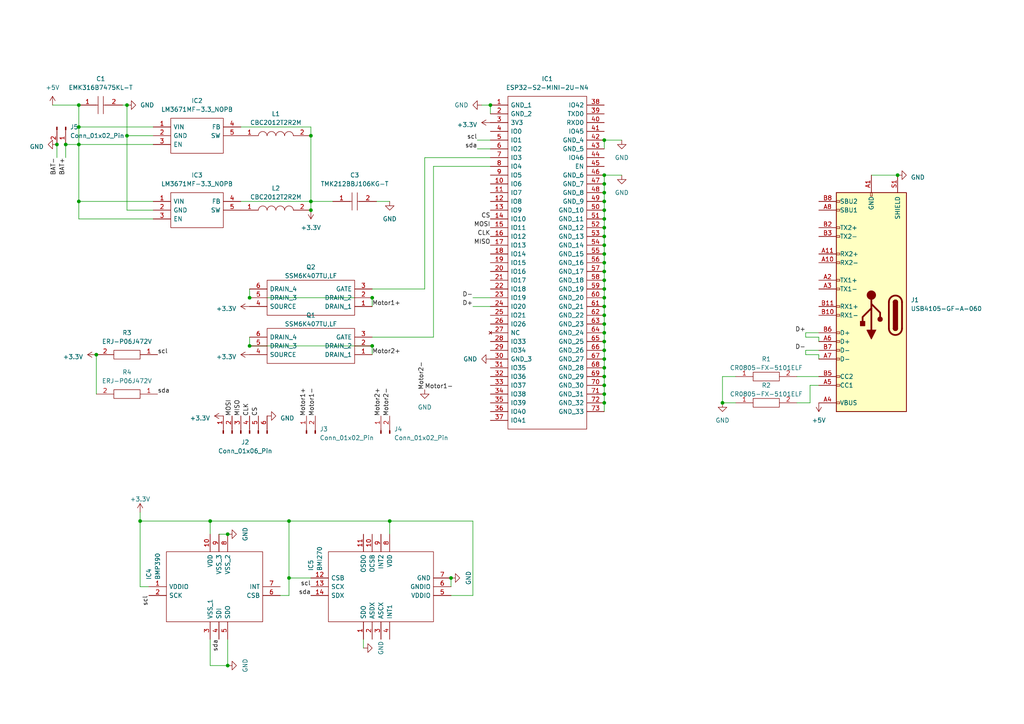
<source format=kicad_sch>
(kicad_sch (version 20230121) (generator eeschema)
  (paper "A4")
  (lib_symbols
    (symbol "+5V_1" (power) (pin_names (offset 0))
      (property "Value" "+5V_1" (at 0 3.556 0))
      (symbol "+5V_1_0_1"
        (polyline (pts (xy -0.762 1.27) (xy 0 2.54)))
        (polyline (pts (xy 0 0) (xy 0 2.54)))
        (polyline (pts (xy 0 2.54) (xy 0.762 1.27)))
      )
      (symbol "+5V_1_1_1"
        (pin power_in line (at 0 0 90) (length 0) hide (name "+5V") (number "1"))
      )
    )
    (symbol "Connector:Conn_01x02_Pin" (pin_names (offset 1.016) hide)
      (property "Reference" "J" (at 0 2.54 0))
      (property "Value" "Conn_01x02_Pin" (at 0 -5.08 0))
      (symbol "Conn_01x02_Pin_1_1"
        (polyline (pts (xy 1.27 -2.54) (xy 0.8636 -2.54)) (stroke (width 0.1524)))
        (polyline (pts (xy 1.27 0) (xy 0.8636 0)) (stroke (width 0.1524)))
        (rectangle (start 0.8636 -2.413) (end 0 -2.667) (stroke (width 0.1524)) (fill (type outline)))
        (rectangle (start 0.8636 0.127) (end 0 -0.127) (stroke (width 0.1524)) (fill (type outline)))
        (pin passive line (at 5.08 0 180) (length 3.81) (name "Pin_1") (number "1"))
        (pin passive line (at 5.08 -2.54 180) (length 3.81) (name "Pin_2") (number "2"))
      )
    )
    (symbol "Connector:Conn_01x06_Pin" (pin_names (offset 1.016) hide)
      (property "Reference" "J" (at 0 7.62 0))
      (property "Value" "Conn_01x06_Pin" (at 0 -10.16 0))
      (symbol "Conn_01x06_Pin_1_1"
        (polyline (pts (xy 1.27 -7.62) (xy 0.8636 -7.62)) (stroke (width 0.1524)))
        (polyline (pts (xy 1.27 -5.08) (xy 0.8636 -5.08)) (stroke (width 0.1524)))
        (polyline (pts (xy 1.27 -2.54) (xy 0.8636 -2.54)) (stroke (width 0.1524)))
        (polyline (pts (xy 1.27 0) (xy 0.8636 0)) (stroke (width 0.1524)))
        (polyline (pts (xy 1.27 2.54) (xy 0.8636 2.54)) (stroke (width 0.1524)))
        (polyline (pts (xy 1.27 5.08) (xy 0.8636 5.08)) (stroke (width 0.1524)))
        (rectangle (start 0.8636 -7.493) (end 0 -7.747) (stroke (width 0.1524)) (fill (type outline)))
        (rectangle (start 0.8636 -4.953) (end 0 -5.207) (stroke (width 0.1524)) (fill (type outline)))
        (rectangle (start 0.8636 -2.413) (end 0 -2.667) (stroke (width 0.1524)) (fill (type outline)))
        (rectangle (start 0.8636 0.127) (end 0 -0.127) (stroke (width 0.1524)) (fill (type outline)))
        (rectangle (start 0.8636 2.667) (end 0 2.413) (stroke (width 0.1524)) (fill (type outline)))
        (rectangle (start 0.8636 5.207) (end 0 4.953) (stroke (width 0.1524)) (fill (type outline)))
        (pin passive line (at 5.08 5.08 180) (length 3.81) (name "Pin_1") (number "1"))
        (pin passive line (at 5.08 2.54 180) (length 3.81) (name "Pin_2") (number "2"))
        (pin passive line (at 5.08 0 180) (length 3.81) (name "Pin_3") (number "3"))
        (pin passive line (at 5.08 -2.54 180) (length 3.81) (name "Pin_4") (number "4"))
        (pin passive line (at 5.08 -5.08 180) (length 3.81) (name "Pin_5") (number "5"))
        (pin passive line (at 5.08 -7.62 180) (length 3.81) (name "Pin_6") (number "6"))
      )
    )
    (symbol "Connector:USB_C_Receptacle" (pin_names (offset 1.016))
      (property "Reference" "J" (at -10.16 29.21 0))
      (property "Value" "USB_C_Receptacle" (at 10.16 29.21 0))
      (symbol "USB_C_Receptacle_0_0"
        (rectangle (start -0.254 -35.56) (end 0.254 -34.544))
        (rectangle (start 10.16 -32.766) (end 9.144 -33.274))
        (rectangle (start 10.16 -30.226) (end 9.144 -30.734))
        (rectangle (start 10.16 -25.146) (end 9.144 -25.654))
        (rectangle (start 10.16 -22.606) (end 9.144 -23.114))
        (rectangle (start 10.16 -17.526) (end 9.144 -18.034))
        (rectangle (start 10.16 -14.986) (end 9.144 -15.494))
        (rectangle (start 10.16 -9.906) (end 9.144 -10.414))
        (rectangle (start 10.16 -7.366) (end 9.144 -7.874))
        (rectangle (start 10.16 -2.286) (end 9.144 -2.794))
        (rectangle (start 10.16 0.254) (end 9.144 -0.254))
        (rectangle (start 10.16 5.334) (end 9.144 4.826))
        (rectangle (start 10.16 7.874) (end 9.144 7.366))
        (rectangle (start 10.16 10.414) (end 9.144 9.906))
        (rectangle (start 10.16 12.954) (end 9.144 12.446))
        (rectangle (start 10.16 18.034) (end 9.144 17.526))
        (rectangle (start 10.16 20.574) (end 9.144 20.066))
        (rectangle (start 10.16 25.654) (end 9.144 25.146))
      )
      (symbol "USB_C_Receptacle_0_1"
        (rectangle (start -10.16 27.94) (end 10.16 -35.56) (stroke (width 0.254)) (fill (type background)))
        (arc (start -8.89 -3.81) (mid -6.985 -5.7067) (end -5.08 -3.81) (stroke (width 0.508)))
        (arc (start -7.62 -3.81) (mid -6.985 -4.4423) (end -6.35 -3.81) (stroke (width 0.254)))
        (arc (start -7.62 -3.81) (mid -6.985 -4.4423) (end -6.35 -3.81) (stroke (width 0.254)) (fill (type outline)))
        (rectangle (start -7.62 -3.81) (end -6.35 3.81) (stroke (width 0.254)) (fill (type outline)))
        (arc (start -6.35 3.81) (mid -6.985 4.4423) (end -7.62 3.81) (stroke (width 0.254)))
        (arc (start -6.35 3.81) (mid -6.985 4.4423) (end -7.62 3.81) (stroke (width 0.254)) (fill (type outline)))
        (arc (start -5.08 3.81) (mid -6.985 5.7067) (end -8.89 3.81) (stroke (width 0.508)))
        (polyline (pts (xy -8.89 -3.81) (xy -8.89 3.81)) (stroke (width 0.508)))
        (polyline (pts (xy -5.08 3.81) (xy -5.08 -3.81)) (stroke (width 0.508)))
      )
      (symbol "USB_C_Receptacle_1_1"
        (circle (center -2.54 1.143) (radius 0.635) (stroke (width 0.254)) (fill (type outline)))
        (circle (center 0 -5.842) (radius 1.27) (fill (type outline)))
        (polyline (pts (xy 0 -5.842) (xy 0 4.318)) (stroke (width 0.508)))
        (polyline (pts (xy 0 -3.302) (xy -2.54 -0.762) (xy -2.54 0.508)) (stroke (width 0.508)))
        (polyline (pts (xy 0 -2.032) (xy 2.54 0.508) (xy 2.54 1.778)) (stroke (width 0.508)))
        (polyline (pts (xy -1.27 4.318) (xy 0 6.858) (xy 1.27 4.318) (xy -1.27 4.318)) (stroke (width 0.254)) (fill (type outline)))
        (rectangle (start 1.905 1.778) (end 3.175 3.048) (stroke (width 0.254)) (fill (type outline)))
        (pin passive line (at 0 -40.64 90) (length 5.08) (name "GND") (number "A1"))
        (pin bidirectional line (at 15.24 -15.24 180) (length 5.08) (name "RX2-") (number "A10"))
        (pin bidirectional line (at 15.24 -17.78 180) (length 5.08) (name "RX2+") (number "A11"))
        (pin passive line (at 0 -40.64 90) (length 5.08) hide (name "GND") (number "A12"))
        (pin bidirectional line (at 15.24 -10.16 180) (length 5.08) (name "TX1+") (number "A2"))
        (pin bidirectional line (at 15.24 -7.62 180) (length 5.08) (name "TX1-") (number "A3"))
        (pin passive line (at 15.24 25.4 180) (length 5.08) (name "VBUS") (number "A4"))
        (pin bidirectional line (at 15.24 20.32 180) (length 5.08) (name "CC1") (number "A5"))
        (pin bidirectional line (at 15.24 7.62 180) (length 5.08) (name "D+") (number "A6"))
        (pin bidirectional line (at 15.24 12.7 180) (length 5.08) (name "D-") (number "A7"))
        (pin bidirectional line (at 15.24 -30.48 180) (length 5.08) (name "SBU1") (number "A8"))
        (pin passive line (at 15.24 25.4 180) (length 5.08) hide (name "VBUS") (number "A9"))
        (pin passive line (at 0 -40.64 90) (length 5.08) hide (name "GND") (number "B1"))
        (pin bidirectional line (at 15.24 0 180) (length 5.08) (name "RX1-") (number "B10"))
        (pin bidirectional line (at 15.24 -2.54 180) (length 5.08) (name "RX1+") (number "B11"))
        (pin passive line (at 0 -40.64 90) (length 5.08) hide (name "GND") (number "B12"))
        (pin bidirectional line (at 15.24 -25.4 180) (length 5.08) (name "TX2+") (number "B2"))
        (pin bidirectional line (at 15.24 -22.86 180) (length 5.08) (name "TX2-") (number "B3"))
        (pin passive line (at 15.24 25.4 180) (length 5.08) hide (name "VBUS") (number "B4"))
        (pin bidirectional line (at 15.24 17.78 180) (length 5.08) (name "CC2") (number "B5"))
        (pin bidirectional line (at 15.24 5.08 180) (length 5.08) (name "D+") (number "B6"))
        (pin bidirectional line (at 15.24 10.16 180) (length 5.08) (name "D-") (number "B7"))
        (pin bidirectional line (at 15.24 -33.02 180) (length 5.08) (name "SBU2") (number "B8"))
        (pin passive line (at 15.24 25.4 180) (length 5.08) hide (name "VBUS") (number "B9"))
        (pin passive line (at -7.62 -40.64 90) (length 5.08) (name "SHIELD") (number "S1"))
      )
    )
    (symbol "GND_1" (power) (pin_names (offset 0))
      (property "Value" "GND_1" (at 0 -3.81 0))
      (symbol "GND_1_0_1"
        (polyline (pts (xy 0 0) (xy 0 -1.27) (xy 1.27 -1.27) (xy 0 -2.54) (xy -1.27 -1.27) (xy 0 -1.27)))
      )
      (symbol "GND_1_1_1"
        (pin power_in line (at 0 0 270) (length 0) hide (name "GND") (number "1"))
      )
    )
    (symbol "GND_2" (power) (pin_names (offset 0))
      (property "Value" "GND_2" (at 0 -3.81 0))
      (symbol "GND_2_0_1"
        (polyline (pts (xy 0 0) (xy 0 -1.27) (xy 1.27 -1.27) (xy 0 -2.54) (xy -1.27 -1.27) (xy 0 -1.27)))
      )
      (symbol "GND_2_1_1"
        (pin power_in line (at 0 0 270) (length 0) hide (name "GND") (number "1"))
      )
    )
    (symbol "GND_3" (power) (pin_names (offset 0))
      (property "Value" "GND_3" (at 0 -3.81 0))
      (symbol "GND_3_0_1"
        (polyline (pts (xy 0 0) (xy 0 -1.27) (xy 1.27 -1.27) (xy 0 -2.54) (xy -1.27 -1.27) (xy 0 -1.27)))
      )
      (symbol "GND_3_1_1"
        (pin power_in line (at 0 0 270) (length 0) hide (name "GND") (number "1"))
      )
    )
    (symbol "GND_4" (power) (pin_names (offset 0))
      (property "Value" "GND_4" (at 0 -3.81 0))
      (symbol "GND_4_0_1"
        (polyline (pts (xy 0 0) (xy 0 -1.27) (xy 1.27 -1.27) (xy 0 -2.54) (xy -1.27 -1.27) (xy 0 -1.27)))
      )
      (symbol "GND_4_1_1"
        (pin power_in line (at 0 0 270) (length 0) hide (name "GND") (number "1"))
      )
    )
    (symbol "GND_5" (power) (pin_names (offset 0))
      (property "Value" "GND_5" (at 0 -3.81 0))
      (symbol "GND_5_0_1"
        (polyline (pts (xy 0 0) (xy 0 -1.27) (xy 1.27 -1.27) (xy 0 -2.54) (xy -1.27 -1.27) (xy 0 -1.27)))
      )
      (symbol "GND_5_1_1"
        (pin power_in line (at 0 0 270) (length 0) hide (name "GND") (number "1"))
      )
    )
    (symbol "SamacSys_Parts:BMI270" (pin_names (offset 0.762))
      (property "Reference" "IC" (at 26.67 15.24 0))
      (property "Value" "BMI270" (at 26.67 12.7 0))
      (symbol "BMI270_0_0"
        (pin passive line (at 0 0 0) (length 5.08) (name "SDO") (number "1"))
        (pin passive line (at 30.48 -2.54 180) (length 5.08) (name "OCSB") (number "10"))
        (pin passive line (at 30.48 0 180) (length 5.08) (name "OSDO") (number "11"))
        (pin passive line (at 17.78 15.24 270) (length 5.08) (name "CSB") (number "12"))
        (pin passive line (at 15.24 15.24 270) (length 5.08) (name "SCX") (number "13"))
        (pin passive line (at 12.7 15.24 270) (length 5.08) (name "SDX") (number "14"))
        (pin passive line (at 0 -2.54 0) (length 5.08) (name "ASDX") (number "2"))
        (pin passive line (at 0 -5.08 0) (length 5.08) (name "ASCX") (number "3"))
        (pin passive line (at 0 -7.62 0) (length 5.08) (name "INT1") (number "4"))
        (pin passive line (at 12.7 -25.4 90) (length 5.08) (name "VDDIO") (number "5"))
        (pin passive line (at 15.24 -25.4 90) (length 5.08) (name "GNDIO") (number "6"))
        (pin passive line (at 17.78 -25.4 90) (length 5.08) (name "GND") (number "7"))
        (pin passive line (at 30.48 -7.62 180) (length 5.08) (name "VDD") (number "8"))
        (pin passive line (at 30.48 -5.08 180) (length 5.08) (name "INT2") (number "9"))
      )
      (symbol "BMI270_0_1"
        (polyline (pts (xy 5.08 10.16) (xy 25.4 10.16) (xy 25.4 -20.32) (xy 5.08 -20.32) (xy 5.08 10.16)) (stroke (width 0.1524)))
      )
    )
    (symbol "SamacSys_Parts:BMP390" (pin_names (offset 0.762))
      (property "Reference" "IC" (at 26.67 17.78 0))
      (property "Value" "BMP390" (at 26.67 15.24 0))
      (symbol "BMP390_0_0"
        (pin passive line (at 15.24 17.78 270) (length 5.08) (name "VDDIO") (number "1"))
        (pin passive line (at 30.48 0 180) (length 5.08) (name "VDD") (number "10"))
        (pin passive line (at 12.7 17.78 270) (length 5.08) (name "SCK") (number "2"))
        (pin passive line (at 0 0 0) (length 5.08) (name "VSS_1") (number "3"))
        (pin passive line (at 0 -2.54 0) (length 5.08) (name "SDI") (number "4"))
        (pin passive line (at 0 -5.08 0) (length 5.08) (name "SDO") (number "5"))
        (pin passive line (at 12.7 -20.32 90) (length 5.08) (name "CSB") (number "6"))
        (pin passive line (at 15.24 -20.32 90) (length 5.08) (name "INT") (number "7"))
        (pin passive line (at 30.48 -5.08 180) (length 5.08) (name "VSS_2") (number "8"))
        (pin passive line (at 30.48 -2.54 180) (length 5.08) (name "VSS_3") (number "9"))
      )
      (symbol "BMP390_0_1"
        (polyline (pts (xy 5.08 12.7) (xy 25.4 12.7) (xy 25.4 -15.24) (xy 5.08 -15.24) (xy 5.08 12.7)) (stroke (width 0.1524)))
      )
    )
    (symbol "SamacSys_Parts:CBC2012T2R2M" (pin_names (offset 0.762))
      (property "Reference" "L" (at 16.51 6.35 0))
      (property "Value" "CBC2012T2R2M" (at 16.51 3.81 0))
      (symbol "CBC2012T2R2M_0_0"
        (pin passive line (at 0 0 0) (length 5.08) (name "~") (number "1"))
        (pin passive line (at 20.32 0 180) (length 5.08) (name "~") (number "2"))
      )
      (symbol "CBC2012T2R2M_0_1"
        (arc (start 7.62 0) (mid 6.35 1.2202) (end 5.08 0) (stroke (width 0.1524)))
        (arc (start 10.16 0) (mid 8.89 1.2202) (end 7.62 0) (stroke (width 0.1524)))
        (arc (start 12.7 0) (mid 11.43 1.2202) (end 10.16 0) (stroke (width 0.1524)))
        (arc (start 15.24 0) (mid 13.97 1.2202) (end 12.7 0) (stroke (width 0.1524)))
      )
    )
    (symbol "SamacSys_Parts:CR0805-FX-5101ELF" (pin_names (offset 0.762))
      (property "Reference" "R" (at 13.97 6.35 0))
      (property "Value" "CR0805-FX-5101ELF" (at 13.97 3.81 0))
      (symbol "CR0805-FX-5101ELF_0_0"
        (pin passive line (at 0 0 0) (length 5.08) (name "~") (number "1"))
        (pin passive line (at 17.78 0 180) (length 5.08) (name "~") (number "2"))
      )
      (symbol "CR0805-FX-5101ELF_0_1"
        (polyline (pts (xy 5.08 1.27) (xy 12.7 1.27) (xy 12.7 -1.27) (xy 5.08 -1.27) (xy 5.08 1.27)) (stroke (width 0.1524)))
      )
    )
    (symbol "SamacSys_Parts:EMK316B7475KL-T" (pin_names (offset 0.762))
      (property "Reference" "C" (at 8.89 6.35 0))
      (property "Value" "EMK316B7475KL-T" (at 8.89 3.81 0))
      (symbol "EMK316B7475KL-T_0_0"
        (pin passive line (at 0 0 0) (length 5.08) (name "~") (number "1"))
        (pin passive line (at 12.7 0 180) (length 5.08) (name "~") (number "2"))
      )
      (symbol "EMK316B7475KL-T_0_1"
        (polyline (pts (xy 5.08 0) (xy 5.588 0)) (stroke (width 0.1524)))
        (polyline (pts (xy 5.588 2.54) (xy 5.588 -2.54)) (stroke (width 0.1524)))
        (polyline (pts (xy 7.112 0) (xy 7.62 0)) (stroke (width 0.1524)))
        (polyline (pts (xy 7.112 2.54) (xy 7.112 -2.54)) (stroke (width 0.1524)))
      )
    )
    (symbol "SamacSys_Parts:ERJ-P06J472V" (pin_names (offset 0.762))
      (property "Reference" "R" (at 13.97 6.35 0))
      (property "Value" "ERJ-P06J472V" (at 13.97 3.81 0))
      (symbol "ERJ-P06J472V_0_0"
        (pin passive line (at 0 0 0) (length 5.08) (name "~") (number "1"))
        (pin passive line (at 17.78 0 180) (length 5.08) (name "~") (number "2"))
      )
      (symbol "ERJ-P06J472V_0_1"
        (polyline (pts (xy 5.08 1.27) (xy 12.7 1.27) (xy 12.7 -1.27) (xy 5.08 -1.27) (xy 5.08 1.27)) (stroke (width 0.1524)))
      )
    )
    (symbol "SamacSys_Parts:ESP32-S2-MINI-2U-N4" (pin_names (offset 0.762))
      (property "Reference" "IC" (at 29.21 7.62 0))
      (property "Value" "ESP32-S2-MINI-2U-N4" (at 29.21 5.08 0))
      (symbol "ESP32-S2-MINI-2U-N4_0_0"
        (pin passive line (at 0 0 0) (length 5.08) (name "GND_1") (number "1"))
        (pin passive line (at 0 -22.86 0) (length 5.08) (name "IO6") (number "10"))
        (pin passive line (at 0 -25.4 0) (length 5.08) (name "IO7") (number "11"))
        (pin passive line (at 0 -27.94 0) (length 5.08) (name "IO8") (number "12"))
        (pin passive line (at 0 -30.48 0) (length 5.08) (name "IO9") (number "13"))
        (pin passive line (at 0 -33.02 0) (length 5.08) (name "IO10") (number "14"))
        (pin passive line (at 0 -35.56 0) (length 5.08) (name "IO11") (number "15"))
        (pin passive line (at 0 -38.1 0) (length 5.08) (name "IO12") (number "16"))
        (pin passive line (at 0 -40.64 0) (length 5.08) (name "IO13") (number "17"))
        (pin passive line (at 0 -43.18 0) (length 5.08) (name "IO14") (number "18"))
        (pin passive line (at 0 -45.72 0) (length 5.08) (name "IO15") (number "19"))
        (pin passive line (at 0 -2.54 0) (length 5.08) (name "GND_2") (number "2"))
        (pin passive line (at 0 -48.26 0) (length 5.08) (name "IO16") (number "20"))
        (pin passive line (at 0 -50.8 0) (length 5.08) (name "IO17") (number "21"))
        (pin passive line (at 0 -53.34 0) (length 5.08) (name "IO18") (number "22"))
        (pin passive line (at 0 -55.88 0) (length 5.08) (name "IO19") (number "23"))
        (pin passive line (at 0 -58.42 0) (length 5.08) (name "IO20") (number "24"))
        (pin passive line (at 0 -60.96 0) (length 5.08) (name "IO21") (number "25"))
        (pin passive line (at 0 -63.5 0) (length 5.08) (name "IO26") (number "26"))
        (pin no_connect line (at 0 -66.04 0) (length 5.08) (name "NC") (number "27"))
        (pin passive line (at 0 -68.58 0) (length 5.08) (name "IO33") (number "28"))
        (pin passive line (at 0 -71.12 0) (length 5.08) (name "IO34") (number "29"))
        (pin passive line (at 0 -5.08 0) (length 5.08) (name "3V3") (number "3"))
        (pin passive line (at 0 -73.66 0) (length 5.08) (name "GND_3") (number "30"))
        (pin passive line (at 0 -76.2 0) (length 5.08) (name "IO35") (number "31"))
        (pin passive line (at 0 -78.74 0) (length 5.08) (name "IO36") (number "32"))
        (pin passive line (at 0 -81.28 0) (length 5.08) (name "IO37") (number "33"))
        (pin passive line (at 0 -83.82 0) (length 5.08) (name "IO38") (number "34"))
        (pin passive line (at 0 -86.36 0) (length 5.08) (name "IO39") (number "35"))
        (pin passive line (at 0 -88.9 0) (length 5.08) (name "IO40") (number "36"))
        (pin passive line (at 0 -91.44 0) (length 5.08) (name "IO41") (number "37"))
        (pin passive line (at 33.02 0 180) (length 5.08) (name "IO42") (number "38"))
        (pin passive line (at 33.02 -2.54 180) (length 5.08) (name "TXD0") (number "39"))
        (pin passive line (at 0 -7.62 0) (length 5.08) (name "IO0") (number "4"))
        (pin passive line (at 33.02 -5.08 180) (length 5.08) (name "RXD0") (number "40"))
        (pin passive line (at 33.02 -7.62 180) (length 5.08) (name "IO45") (number "41"))
        (pin passive line (at 33.02 -10.16 180) (length 5.08) (name "GND_4") (number "42"))
        (pin passive line (at 33.02 -12.7 180) (length 5.08) (name "GND_5") (number "43"))
        (pin passive line (at 33.02 -15.24 180) (length 5.08) (name "IO46") (number "44"))
        (pin passive line (at 33.02 -17.78 180) (length 5.08) (name "EN") (number "45"))
        (pin passive line (at 33.02 -20.32 180) (length 5.08) (name "GND_6") (number "46"))
        (pin passive line (at 33.02 -22.86 180) (length 5.08) (name "GND_7") (number "47"))
        (pin passive line (at 33.02 -25.4 180) (length 5.08) (name "GND_8") (number "48"))
        (pin passive line (at 33.02 -27.94 180) (length 5.08) (name "GND_9") (number "49"))
        (pin passive line (at 0 -10.16 0) (length 5.08) (name "IO1") (number "5"))
        (pin passive line (at 33.02 -30.48 180) (length 5.08) (name "GND_10") (number "50"))
        (pin passive line (at 33.02 -33.02 180) (length 5.08) (name "GND_11") (number "51"))
        (pin passive line (at 33.02 -35.56 180) (length 5.08) (name "GND_12") (number "52"))
        (pin passive line (at 33.02 -38.1 180) (length 5.08) (name "GND_13") (number "53"))
        (pin passive line (at 33.02 -40.64 180) (length 5.08) (name "GND_14") (number "54"))
        (pin passive line (at 33.02 -43.18 180) (length 5.08) (name "GND_15") (number "55"))
        (pin passive line (at 33.02 -45.72 180) (length 5.08) (name "GND_16") (number "56"))
        (pin passive line (at 33.02 -48.26 180) (length 5.08) (name "GND_17") (number "57"))
        (pin passive line (at 33.02 -50.8 180) (length 5.08) (name "GND_18") (number "58"))
        (pin passive line (at 33.02 -53.34 180) (length 5.08) (name "GND_19") (number "59"))
        (pin passive line (at 0 -12.7 0) (length 5.08) (name "IO2") (number "6"))
        (pin passive line (at 33.02 -55.88 180) (length 5.08) (name "GND_20") (number "60"))
        (pin passive line (at 33.02 -58.42 180) (length 5.08) (name "GND_21") (number "61"))
        (pin passive line (at 33.02 -60.96 180) (length 5.08) (name "GND_22") (number "62"))
        (pin passive line (at 33.02 -63.5 180) (length 5.08) (name "GND_23") (number "63"))
        (pin passive line (at 33.02 -66.04 180) (length 5.08) (name "GND_24") (number "64"))
        (pin passive line (at 33.02 -68.58 180) (length 5.08) (name "GND_25") (number "65"))
        (pin passive line (at 33.02 -71.12 180) (length 5.08) (name "GND_26") (number "66"))
        (pin passive line (at 33.02 -73.66 180) (length 5.08) (name "GND_27") (number "67"))
        (pin passive line (at 33.02 -76.2 180) (length 5.08) (name "GND_28") (number "68"))
        (pin passive line (at 33.02 -78.74 180) (length 5.08) (name "GND_29") (number "69"))
        (pin passive line (at 0 -15.24 0) (length 5.08) (name "IO3") (number "7"))
        (pin passive line (at 33.02 -81.28 180) (length 5.08) (name "GND_30") (number "70"))
        (pin passive line (at 33.02 -83.82 180) (length 5.08) (name "GND_31") (number "71"))
        (pin passive line (at 33.02 -86.36 180) (length 5.08) (name "GND_32") (number "72"))
        (pin passive line (at 33.02 -88.9 180) (length 5.08) (name "GND_33") (number "73"))
        (pin passive line (at 0 -17.78 0) (length 5.08) (name "IO4") (number "8"))
        (pin passive line (at 0 -20.32 0) (length 5.08) (name "IO5") (number "9"))
      )
      (symbol "ESP32-S2-MINI-2U-N4_0_1"
        (polyline (pts (xy 5.08 2.54) (xy 27.94 2.54) (xy 27.94 -93.98) (xy 5.08 -93.98) (xy 5.08 2.54)) (stroke (width 0.1524)))
      )
    )
    (symbol "SamacSys_Parts:LM3671MF-3.3_NOPB" (pin_names (offset 0.762))
      (property "Reference" "IC" (at 21.59 7.62 0))
      (property "Value" "LM3671MF-3.3_NOPB" (at 21.59 5.08 0))
      (symbol "LM3671MF-3.3_NOPB_0_0"
        (pin passive line (at 0 0 0) (length 5.08) (name "VIN") (number "1"))
        (pin passive line (at 0 -2.54 0) (length 5.08) (name "GND") (number "2"))
        (pin passive line (at 0 -5.08 0) (length 5.08) (name "EN") (number "3"))
        (pin passive line (at 25.4 0 180) (length 5.08) (name "FB") (number "4"))
        (pin passive line (at 25.4 -2.54 180) (length 5.08) (name "SW") (number "5"))
      )
      (symbol "LM3671MF-3.3_NOPB_0_1"
        (polyline (pts (xy 5.08 2.54) (xy 20.32 2.54) (xy 20.32 -7.62) (xy 5.08 -7.62) (xy 5.08 2.54)) (stroke (width 0.1524)))
      )
    )
    (symbol "SamacSys_Parts:SSM6K407TU,LF" (pin_names (offset 0.762))
      (property "Reference" "Q" (at 31.75 7.62 0))
      (property "Value" "SSM6K407TU,LF" (at 31.75 5.08 0))
      (symbol "SSM6K407TU,LF_0_0"
        (pin passive line (at 0 0 0) (length 5.08) (name "DRAIN_1") (number "1"))
        (pin passive line (at 0 -2.54 0) (length 5.08) (name "DRAIN_2") (number "2"))
        (pin passive line (at 0 -5.08 0) (length 5.08) (name "GATE") (number "3"))
        (pin passive line (at 35.56 0 180) (length 5.08) (name "SOURCE") (number "4"))
        (pin passive line (at 35.56 -2.54 180) (length 5.08) (name "DRAIN_3") (number "5"))
        (pin passive line (at 35.56 -5.08 180) (length 5.08) (name "DRAIN_4") (number "6"))
      )
      (symbol "SSM6K407TU,LF_0_1"
        (polyline (pts (xy 5.08 2.54) (xy 30.48 2.54) (xy 30.48 -7.62) (xy 5.08 -7.62) (xy 5.08 2.54)) (stroke (width 0.1524)))
      )
    )
    (symbol "SamacSys_Parts:TMK212BBJ106KG-T" (pin_names (offset 0.762))
      (property "Reference" "C" (at 8.89 6.35 0))
      (property "Value" "TMK212BBJ106KG-T" (at 8.89 3.81 0))
      (symbol "TMK212BBJ106KG-T_0_0"
        (pin passive line (at 0 0 0) (length 5.08) (name "~") (number "1"))
        (pin passive line (at 12.7 0 180) (length 5.08) (name "~") (number "2"))
      )
      (symbol "TMK212BBJ106KG-T_0_1"
        (polyline (pts (xy 5.08 0) (xy 5.588 0)) (stroke (width 0.1524)))
        (polyline (pts (xy 5.588 2.54) (xy 5.588 -2.54)) (stroke (width 0.1524)))
        (polyline (pts (xy 7.112 0) (xy 7.62 0)) (stroke (width 0.1524)))
        (polyline (pts (xy 7.112 2.54) (xy 7.112 -2.54)) (stroke (width 0.1524)))
      )
    )
    (symbol "power:+3.3V" (power) (pin_names (offset 0))
      (property "Value" "+3.3V" (at 0 3.556 0))
      (symbol "+3.3V_0_1"
        (polyline (pts (xy -0.762 1.27) (xy 0 2.54)))
        (polyline (pts (xy 0 0) (xy 0 2.54)))
        (polyline (pts (xy 0 2.54) (xy 0.762 1.27)))
      )
      (symbol "+3.3V_1_1"
        (pin power_in line (at 0 0 90) (length 0) hide (name "+3.3V") (number "1"))
      )
    )
    (symbol "power:+5V" (power) (pin_names (offset 0))
      (property "Value" "+5V" (at 0 3.556 0))
      (symbol "+5V_0_1"
        (polyline (pts (xy -0.762 1.27) (xy 0 2.54)))
        (polyline (pts (xy 0 0) (xy 0 2.54)))
        (polyline (pts (xy 0 2.54) (xy 0.762 1.27)))
      )
      (symbol "+5V_1_1"
        (pin power_in line (at 0 0 90) (length 0) hide (name "+5V") (number "1"))
      )
    )
    (symbol "power:GND" (power) (pin_names (offset 0))
      (property "Value" "GND" (at 0 -3.81 0))
      (symbol "GND_0_1"
        (polyline (pts (xy 0 0) (xy 0 -1.27) (xy 1.27 -1.27) (xy 0 -2.54) (xy -1.27 -1.27) (xy 0 -1.27)))
      )
      (symbol "GND_1_1"
        (pin power_in line (at 0 0 270) (length 0) hide (name "GND") (number "1"))
      )
    )
  )
  (junction (at 175.26 66.04))
  (junction (at 107.95 100.33))
  (junction (at 22.86 30.48))
  (junction (at 90.17 58.42))
  (junction (at 175.26 91.44))
  (junction (at 22.86 41.91))
  (junction (at 16.51 41.91))
  (junction (at 113.03 151.13))
  (junction (at 142.24 30.48))
  (junction (at 175.26 60.96))
  (junction (at 175.26 116.84))
  (junction (at 175.26 114.3))
  (junction (at 107.95 86.36))
  (junction (at 72.39 86.36))
  (junction (at 175.26 106.68))
  (junction (at 175.26 58.42))
  (junction (at 175.26 76.2))
  (junction (at 175.26 86.36))
  (junction (at 175.26 40.64))
  (junction (at 83.82 151.13))
  (junction (at 175.26 55.88))
  (junction (at 27.94 102.87))
  (junction (at 175.26 68.58))
  (junction (at 175.26 111.76))
  (junction (at 175.26 96.52))
  (junction (at 60.96 151.13))
  (junction (at 175.26 78.74))
  (junction (at 130.81 167.64))
  (junction (at 175.26 88.9))
  (junction (at 66.04 154.94))
  (junction (at 90.17 39.37))
  (junction (at 209.55 116.84))
  (junction (at 175.26 63.5))
  (junction (at 72.39 100.33))
  (junction (at 22.86 36.83))
  (junction (at 175.26 83.82))
  (junction (at 36.83 30.48))
  (junction (at 66.04 193.04))
  (junction (at 36.83 39.37))
  (junction (at 175.26 81.28))
  (junction (at 175.26 99.06))
  (junction (at 175.26 73.66))
  (junction (at 175.26 50.8))
  (junction (at 175.26 109.22))
  (junction (at 260.35 50.8))
  (junction (at 175.26 104.14))
  (junction (at 175.26 101.6))
  (junction (at 175.26 93.98))
  (junction (at 175.26 53.34))
  (junction (at 175.26 71.12))
  (junction (at 22.86 58.42))
  (junction (at 90.17 60.96))
  (junction (at 19.05 41.91))
  (junction (at 40.64 151.13))
  (junction (at 83.82 167.64))
  (wire (pts (xy 72.39 83.82) (xy 72.39 86.36)))
  (wire (pts (xy 252.73 50.8) (xy 260.35 50.8)))
  (wire (pts (xy 175.26 55.88) (xy 175.26 58.42)))
  (wire (pts (xy 231.14 109.22) (xy 237.49 109.22)))
  (wire (pts (xy 83.82 151.13) (xy 113.03 151.13)))
  (wire (pts (xy 175.26 104.14) (xy 175.26 106.68)))
  (wire (pts (xy 107.95 100.33) (xy 107.95 102.87)))
  (wire (pts (xy 66.04 193.04) (xy 66.04 185.42)))
  (wire (pts (xy 22.86 36.83) (xy 44.45 36.83)))
  (wire (pts (xy 40.64 170.18) (xy 43.18 170.18)))
  (wire (pts (xy 109.22 58.42) (xy 113.03 58.42)))
  (wire (pts (xy 36.83 60.96) (xy 44.45 60.96)))
  (wire (pts (xy 69.85 58.42) (xy 90.17 58.42)))
  (wire (pts (xy 175.26 86.36) (xy 175.26 88.9)))
  (wire (pts (xy 175.26 73.66) (xy 175.26 76.2)))
  (wire (pts (xy 175.26 111.76) (xy 175.26 114.3)))
  (wire (pts (xy 107.95 97.79) (xy 125.73 97.79)))
  (wire (pts (xy 90.17 58.42) (xy 90.17 60.96)))
  (wire (pts (xy 234.95 111.76) (xy 237.49 111.76)))
  (wire (pts (xy 19.05 45.72) (xy 19.05 41.91)))
  (wire (pts (xy 107.95 86.36) (xy 107.95 88.9)))
  (wire (pts (xy 233.68 102.87) (xy 237.49 102.87)))
  (wire (pts (xy 175.26 88.9) (xy 175.26 91.44)))
  (wire (pts (xy 175.26 78.74) (xy 175.26 81.28)))
  (wire (pts (xy 83.82 172.72) (xy 81.28 172.72)))
  (wire (pts (xy 175.26 83.82) (xy 175.26 86.36)))
  (wire (pts (xy 175.26 106.68) (xy 175.26 109.22)))
  (wire (pts (xy 233.68 101.6) (xy 233.68 102.87)))
  (wire (pts (xy 237.49 102.87) (xy 237.49 104.14)))
  (wire (pts (xy 40.64 151.13) (xy 40.64 170.18)))
  (wire (pts (xy 209.55 116.84) (xy 209.55 109.22)))
  (wire (pts (xy 233.68 96.52) (xy 233.68 97.79)))
  (wire (pts (xy 22.86 41.91) (xy 22.86 36.83)))
  (wire (pts (xy 175.26 91.44) (xy 175.26 93.98)))
  (wire (pts (xy 123.19 45.72) (xy 142.24 45.72)))
  (wire (pts (xy 175.26 114.3) (xy 175.26 116.84)))
  (wire (pts (xy 44.45 58.42) (xy 22.86 58.42)))
  (wire (pts (xy 175.26 99.06) (xy 175.26 101.6)))
  (wire (pts (xy 60.96 151.13) (xy 83.82 151.13)))
  (wire (pts (xy 175.26 109.22) (xy 175.26 111.76)))
  (wire (pts (xy 130.81 170.18) (xy 130.81 167.64)))
  (wire (pts (xy 237.49 97.79) (xy 237.49 99.06)))
  (wire (pts (xy 137.16 86.36) (xy 142.24 86.36)))
  (wire (pts (xy 72.39 100.33) (xy 107.95 100.33)))
  (wire (pts (xy 107.95 83.82) (xy 123.19 83.82)))
  (wire (pts (xy 130.81 172.72) (xy 137.16 172.72)))
  (wire (pts (xy 96.52 58.42) (xy 90.17 58.42)))
  (wire (pts (xy 44.45 41.91) (xy 22.86 41.91)))
  (wire (pts (xy 27.94 102.87) (xy 27.94 114.3)))
  (wire (pts (xy 175.26 66.04) (xy 175.26 68.58)))
  (wire (pts (xy 113.03 151.13) (xy 137.16 151.13)))
  (wire (pts (xy 175.26 76.2) (xy 175.26 78.74)))
  (wire (pts (xy 36.83 30.48) (xy 36.83 39.37)))
  (wire (pts (xy 22.86 63.5) (xy 22.86 58.42)))
  (wire (pts (xy 175.26 63.5) (xy 175.26 66.04)))
  (wire (pts (xy 175.26 58.42) (xy 175.26 60.96)))
  (wire (pts (xy 83.82 167.64) (xy 90.17 167.64)))
  (wire (pts (xy 175.26 60.96) (xy 175.26 63.5)))
  (wire (pts (xy 63.5 154.94) (xy 66.04 154.94)))
  (wire (pts (xy 22.86 30.48) (xy 22.86 36.83)))
  (wire (pts (xy 175.26 50.8) (xy 180.34 50.8)))
  (wire (pts (xy 60.96 151.13) (xy 60.96 154.94)))
  (wire (pts (xy 16.51 45.72) (xy 16.51 41.91)))
  (wire (pts (xy 209.55 116.84) (xy 213.36 116.84)))
  (wire (pts (xy 40.64 148.59) (xy 40.64 151.13)))
  (wire (pts (xy 125.73 48.26) (xy 142.24 48.26)))
  (wire (pts (xy 175.26 96.52) (xy 175.26 99.06)))
  (wire (pts (xy 72.39 97.79) (xy 72.39 100.33)))
  (wire (pts (xy 142.24 30.48) (xy 142.24 33.02)))
  (wire (pts (xy 175.26 81.28) (xy 175.26 83.82)))
  (wire (pts (xy 35.56 30.48) (xy 36.83 30.48)))
  (wire (pts (xy 83.82 167.64) (xy 83.82 172.72)))
  (wire (pts (xy 44.45 63.5) (xy 22.86 63.5)))
  (wire (pts (xy 72.39 86.36) (xy 107.95 86.36)))
  (wire (pts (xy 175.26 93.98) (xy 175.26 96.52)))
  (wire (pts (xy 175.26 50.8) (xy 175.26 53.34)))
  (wire (pts (xy 90.17 39.37) (xy 90.17 58.42)))
  (wire (pts (xy 36.83 39.37) (xy 36.83 60.96)))
  (wire (pts (xy 175.26 71.12) (xy 175.26 73.66)))
  (wire (pts (xy 138.43 40.64) (xy 142.24 40.64)))
  (wire (pts (xy 175.26 53.34) (xy 175.26 55.88)))
  (wire (pts (xy 113.03 154.94) (xy 113.03 151.13)))
  (wire (pts (xy 40.64 151.13) (xy 60.96 151.13)))
  (wire (pts (xy 137.16 151.13) (xy 137.16 172.72)))
  (wire (pts (xy 60.96 193.04) (xy 60.96 185.42)))
  (wire (pts (xy 90.17 36.83) (xy 90.17 39.37)))
  (wire (pts (xy 36.83 39.37) (xy 44.45 39.37)))
  (wire (pts (xy 137.16 88.9) (xy 142.24 88.9)))
  (wire (pts (xy 83.82 151.13) (xy 83.82 167.64)))
  (wire (pts (xy 69.85 36.83) (xy 90.17 36.83)))
  (wire (pts (xy 139.7 30.48) (xy 142.24 30.48)))
  (wire (pts (xy 15.24 30.48) (xy 22.86 30.48)))
  (wire (pts (xy 234.95 111.76) (xy 234.95 116.84)))
  (wire (pts (xy 175.26 101.6) (xy 175.26 104.14)))
  (wire (pts (xy 209.55 109.22) (xy 213.36 109.22)))
  (wire (pts (xy 234.95 116.84) (xy 231.14 116.84)))
  (wire (pts (xy 175.26 40.64) (xy 180.34 40.64)))
  (wire (pts (xy 60.96 193.04) (xy 66.04 193.04)))
  (wire (pts (xy 19.05 41.91) (xy 22.86 41.91)))
  (wire (pts (xy 175.26 40.64) (xy 175.26 43.18)))
  (wire (pts (xy 123.19 83.82) (xy 123.19 45.72)))
  (wire (pts (xy 105.41 187.96) (xy 105.41 185.42)))
  (wire (pts (xy 233.68 101.6) (xy 237.49 101.6)))
  (wire (pts (xy 233.68 97.79) (xy 237.49 97.79)))
  (wire (pts (xy 138.43 43.18) (xy 142.24 43.18)))
  (wire (pts (xy 233.68 96.52) (xy 237.49 96.52)))
  (wire (pts (xy 22.86 58.42) (xy 22.86 41.91)))
  (wire (pts (xy 125.73 97.79) (xy 125.73 48.26)))
  (wire (pts (xy 175.26 116.84) (xy 175.26 119.38)))
  (wire (pts (xy 175.26 68.58) (xy 175.26 71.12)))
  (label "BAT-" (at 16.51 45.72 270))
  (label "D+" (at 233.68 96.52 180))
  (label "MOSI" (at 142.24 66.04 180))
  (label "sda" (at 63.5 185.42 270))
  (label "Motor2+" (at 110.49 120.65 90))
  (label "scl" (at 45.72 102.87 0))
  (label "scl" (at 90.17 170.18 180))
  (label "sda" (at 90.17 172.72 180))
  (label "sda" (at 45.72 114.3 0))
  (label "scl" (at 138.43 40.64 180))
  (label "CS" (at 142.24 63.5 180))
  (label "D-" (at 137.16 86.36 180))
  (label "D-" (at 233.68 101.6 180))
  (label "CLK" (at 142.24 68.58 180))
  (label "Motor1+" (at 88.9 120.65 90))
  (label "MOSI" (at 67.31 120.65 90))
  (label "Motor1+" (at 107.95 88.9 0))
  (label "MISO" (at 142.24 71.12 180))
  (label "MISO" (at 69.85 120.65 90))
  (label "sda" (at 138.43 43.18 180))
  (label "scl" (at 43.18 172.72 270))
  (label "Motor1-" (at 91.44 120.65 90))
  (label "Motor2-" (at 113.03 120.65 90))
  (label "Motor1-" (at 123.19 113.03 0))
  (label "BAT+" (at 19.05 45.72 270))
  (label "Motor2+" (at 107.95 102.87 0))
  (label "D+" (at 137.16 88.9 180))
  (label "CS" (at 74.93 120.65 90))
  (label "Motor2-" (at 123.19 113.03 90))
  (label "CLK" (at 72.39 120.65 90))
  (symbol (lib_name "GND_1") (lib_id "power:GND") (at 260.35 50.8 90) (unit 1)
    (property "Reference" "#PWR01" (effects hide))
    (property "Value" "GND" (at 264.16 51.435 90) (effects (justify right)))
  )
  (symbol (lib_id "power:GND") (at 66.04 193.04 90) (unit 1)
    (property "Reference" "#PWR0103" (effects hide))
    (property "Value" "GND" (at 71.12 193.04 0))
  )
  (symbol (lib_id "SamacSys_Parts:SSM6K407TU,LF") (at 107.95 102.87 180) (unit 1)
    (property "Reference" "Q1" (at 90.17 91.44 0))
    (property "Value" "SSM6K407TU,LF" (at 90.17 93.98 0))
    (property "Footprint" "SOTFL65P210X75-6N" (effects hide))
    (property "Datasheet" "https://toshiba.semicon-storage.com/info/docget.jsp?did=10949&prodName=SSM6K407TU" (effects hide))
    (property "Description" "MOSFET" (effects hide))
    (property "Height" "0.75" (effects hide))
    (property "Mouser Part Number" "757-SSM6K407TULF" (effects hide))
    (property "Mouser Price/Stock" "https://www.mouser.co.uk/ProductDetail/Toshiba/SSM6K407TULF?qs=bZr6mbWTK5lPy8Mm8BrRrQ%3D%3D" (effects hide))
    (property "Manufacturer_Name" "Toshiba" (effects hide))
    (property "Manufacturer_Part_Number" "SSM6K407TU,LF" (effects hide))
  )
  (symbol (lib_id "power:+3.3V") (at 64.77 120.65 90) (unit 1)
    (property "Reference" "#PWR04" (effects hide))
    (property "Value" "+3.3V" (at 60.96 121.285 90) (effects (justify left)))
  )
  (symbol (lib_id "power:+3.3V") (at 142.24 35.56 90) (unit 1)
    (property "Reference" "#PWR010" (effects hide))
    (property "Value" "+3.3V" (at 138.43 36.195 90) (effects (justify left)))
  )
  (symbol (lib_id "SamacSys_Parts:LM3671MF-3.3_NOPB") (at 44.45 36.83 0) (unit 1)
    (property "Reference" "IC2" (at 57.15 29.21 0))
    (property "Value" "LM3671MF-3.3_NOPB" (at 57.15 31.75 0))
    (property "Footprint" "mouser:SOT95P284X119-5N" (effects hide))
    (property "Datasheet" "https://datasheet.datasheetarchive.com/originals/distributors/Datasheets-DGA18/339379.pdf" (effects hide))
    (property "Description" "DC-DC Converter Step-Dn 2.7-5.5V SOT23-5 Texas Instruments LM3671MF-3.3/NOPB, Step Down DC-DC Converter, 600mA, Adjustable, 1.1  3.3 V, 5-Pin SOT-23" (effects hide))
    (property "Height" "1.19" (effects hide))
    (property "Mouser Part Number" "926-LM3671MF-3.3NOPB" (effects hide))
    (property "Mouser Price/Stock" "https://www.mouser.co.uk/ProductDetail/Texas-Instruments/LM3671MF-3.3-NOPB?qs=QbsRYf82W3E7NHceZ4TukA%3D%3D" (effects hide))
    (property "Manufacturer_Name" "Texas Instruments" (effects hide))
    (property "Manufacturer_Part_Number" "LM3671MF-3.3/NOPB" (effects hide))
  )
  (symbol (lib_id "power:GND") (at 130.81 167.64 90) (unit 1)
    (property "Reference" "#PWR0106" (effects hide))
    (property "Value" "GND" (at 135.89 167.64 0))
  )
  (symbol (lib_id "Connector:Conn_01x06_Pin") (at 69.85 125.73 90) (unit 1)
    (property "Reference" "J2" (at 71.12 128.27 90))
    (property "Value" "Conn_01x06_Pin" (at 71.12 130.81 90))
    (property "Footprint" "Connector_PinHeader_2.54mm:PinHeader_1x06_P2.54mm_Vertical" (effects hide))
  )
  (symbol (lib_id "SamacSys_Parts:CBC2012T2R2M") (at 69.85 60.96 0) (unit 1)
    (property "Reference" "L2" (at 80.01 54.61 0))
    (property "Value" "CBC2012T2R2M" (at 80.01 57.15 0))
    (property "Footprint" "mouser:INDC2012X145N" (effects hide))
    (property "Datasheet" "https://www.yuden.co.jp/productdata/catalog/wound02_hq_e.pdf" (effects hide))
    (property "Description" "Taiyo Yuden Type 0805 Wire-wound SMD Inductor 2.2 H +/-20% Wire-Wound 640mA Idc" (effects hide))
    (property "Height" "1.45" (effects hide))
    (property "Mouser Part Number" "963-CBC2012T2R2M" (effects hide))
    (property "Mouser Price/Stock" "https://www.mouser.co.uk/ProductDetail/Taiyo-Yuden/CBC2012T2R2M?qs=I6KAKw0tg2xvZojwJYHx6A%3D%3D" (effects hide))
    (property "Manufacturer_Name" "TAIYO YUDEN" (effects hide))
    (property "Manufacturer_Part_Number" "CBC2012T2R2M" (effects hide))
  )
  (symbol (lib_id "power:GND") (at 180.34 40.64 0) (unit 1)
    (property "Reference" "#PWR0110" (effects hide))
    (property "Value" "GND" (at 180.34 45.72 0))
  )
  (symbol (lib_id "power:GND") (at 142.24 104.14 270) (unit 1)
    (property "Reference" "#PWR0109" (effects hide))
    (property "Value" "GND" (at 138.43 104.1399 90) (effects (justify right)))
  )
  (symbol (lib_id "power:+3.3V") (at 72.39 88.9 90) (unit 1)
    (property "Reference" "#PWR08" (effects hide))
    (property "Value" "+3.3V" (at 68.58 89.535 90) (effects (justify left)))
  )
  (symbol (lib_id "SamacSys_Parts:ESP32-S2-MINI-2U-N4") (at 142.24 30.48 0) (unit 1)
    (property "Reference" "IC1" (at 158.75 22.86 0))
    (property "Value" "ESP32-S2-MINI-2U-N4" (at 158.75 25.4 0))
    (property "Footprint" "mouser:ESP32S2MINI2UN4" (effects hide))
    (property "Datasheet" "https://www.espressif.com/sites/default/files/documentation/esp32-s2-mini-2_esp32-s2-mini-2u_datasheet_en.pdf" (effects hide))
    (property "Description" "WiFi Modules - 802.11 SMD module, ESP32-S2FH4 ECO1 with 4 MB flash die inside, IPEX connector" (effects hide))
    (property "Height" "2.55" (effects hide))
    (property "Mouser Part Number" "356-ESP32MINI-2U-N4" (effects hide))
    (property "Mouser Price/Stock" "https://www.mouser.co.uk/ProductDetail/Espressif-Systems/ESP32-S2-MINI-2U-N4?qs=vvQtp7zwQdMhxmYSOZwMIQ%3D%3D" (effects hide))
    (property "Manufacturer_Name" "Espressif Systems" (effects hide))
    (property "Manufacturer_Part_Number" "ESP32-S2-MINI-2U-N4" (effects hide))
  )
  (symbol (lib_name "+5V_1") (lib_id "power:+5V") (at 237.49 116.84 180) (unit 1)
    (property "Reference" "#PWR03" (effects hide))
    (property "Value" "+5V" (at 237.49 121.92 0))
  )
  (symbol (lib_id "power:GND") (at 139.7 30.48 270) (unit 1)
    (property "Reference" "#PWR0105" (effects hide))
    (property "Value" "GND" (at 135.89 30.4799 90) (effects (justify right)))
  )
  (symbol (lib_id "SamacSys_Parts:TMK212BBJ106KG-T") (at 96.52 58.42 0) (unit 1)
    (property "Reference" "C3" (at 102.87 50.8 0))
    (property "Value" "TMK212BBJ106KG-T" (at 102.87 53.34 0))
    (property "Footprint" "mouser:CAPC2114X145N" (effects hide))
    (property "Datasheet" "https://ds.yuden.co.jp/TYCOMPAS/or/specSheet?pn=MSAST21GBB5106KTNA01" (effects hide))
    (property "Description" "TAIYO YUDEN - TMK212BBJ106KG-T - CERAMIC CAPACITOR, 10UF, 25V, X5R, 10%, 0805, FULL REEL" (effects hide))
    (property "Height" "1.45" (effects hide))
    (property "Mouser Part Number" "963-TMK212BBJ106KG-T" (effects hide))
    (property "Mouser Price/Stock" "https://www.mouser.co.uk/ProductDetail/Taiyo-Yuden/TMK212BBJ106KG-T?qs=PzICbMaShUdwxQxDcETuPw%3D%3D" (effects hide))
    (property "Manufacturer_Name" "TAIYO YUDEN" (effects hide))
    (property "Manufacturer_Part_Number" "TMK212BBJ106KG-T" (effects hide))
  )
  (symbol (lib_id "power:GND") (at 113.03 58.42 0) (unit 1)
    (property "Reference" "#PWR0101" (effects hide))
    (property "Value" "GND" (at 113.03 63.5 0))
  )
  (symbol (lib_id "Connector:Conn_01x02_Pin") (at 88.9 125.73 90) (unit 1)
    (property "Reference" "J3" (at 92.71 124.46 90) (effects (justify right)))
    (property "Value" "Conn_01x02_Pin" (at 92.71 127 90) (effects (justify right)))
    (property "Footprint" "Connector_PinHeader_2.54mm:PinHeader_1x02_P2.54mm_Vertical" (effects hide))
  )
  (symbol (lib_id "SamacSys_Parts:ERJ-P06J472V") (at 45.72 114.3 180) (unit 1)
    (property "Reference" "R4" (at 36.83 107.95 0))
    (property "Value" "ERJ-P06J472V" (at 36.83 110.49 0))
    (property "Footprint" "Resistor_SMD:R_0805_2012Metric_Pad1.20x1.40mm_HandSolder" (effects hide))
    (property "Datasheet" "https://industrial.panasonic.com/cdbs/www-data/pdf/RDO0000/AOA0000C331.pdf" (effects hide))
    (property "Description" "Thick Film Resistors - SMD 0805 4.7Kohms 0.5W 5% AEC-Q200" (effects hide))
    (property "Height" "0.7" (effects hide))
    (property "Mouser Part Number" "667-ERJ-P06J472V" (effects hide))
    (property "Mouser Price/Stock" "https://www.mouser.co.uk/ProductDetail/Panasonic/ERJ-P06J472V?qs=1VWA5LkbEapBfNZYlo8Dpw%3D%3D" (effects hide))
    (property "Manufacturer_Name" "Panasonic" (effects hide))
    (property "Manufacturer_Part_Number" "ERJ-P06J472V" (effects hide))
  )
  (symbol (lib_id "power:GND") (at 105.41 187.96 90) (unit 1)
    (property "Reference" "#PWR0107" (effects hide))
    (property "Value" "GND" (at 110.49 187.96 0))
  )
  (symbol (lib_id "SamacSys_Parts:EMK316B7475KL-T") (at 22.86 30.48 0) (unit 1)
    (property "Reference" "C1" (at 29.21 22.86 0))
    (property "Value" "EMK316B7475KL-T" (at 29.21 25.4 0))
    (property "Footprint" "mouser:CAPC3216X180N" (effects hide))
    (property "Datasheet" "https://componentsearchengine.com/Datasheets/1/EMK316B7475KL-T.pdf" (effects hide))
    (property "Description" "Multilayer Ceramic Capacitors MLCC - SMD/SMT 4.7uF 16V X7R +/-10% 1206 Gen Purp" (effects hide))
    (property "Height" "1.8" (effects hide))
    (property "Mouser Part Number" "963-EMK316B7475KL-T" (effects hide))
    (property "Mouser Price/Stock" "http://www.mouser.com/Search/ProductDetail.aspx?qs=I6KAKw0tg2xhDY35w16PKg%3d%3d" (effects hide))
    (property "Manufacturer_Name" "TAIYO YUDEN" (effects hide))
    (property "Manufacturer_Part_Number" "EMK316B7475KL-T" (effects hide))
  )
  (symbol (lib_id "Connector:USB_C_Receptacle") (at 252.73 91.44 180) (unit 1)
    (property "Reference" "J1" (at 264.16 86.995 0) (effects (justify right)))
    (property "Value" "USB4105-GF-A-060 " (at 264.16 89.535 0) (effects (justify right)))
    (property "Footprint" "Connector_USB:USB_C_Receptacle_GCT_USB4105-xx-A_16P_TopMnt_Horizontal" (effects hide))
    (property "Datasheet" "https://www.usb.org/sites/default/files/documents/usb_type-c.zip" (effects hide))
  )
  (symbol (lib_id "SamacSys_Parts:CBC2012T2R2M") (at 69.85 39.37 0) (unit 1)
    (property "Reference" "L1" (at 80.01 33.02 0))
    (property "Value" "CBC2012T2R2M" (at 80.01 35.56 0))
    (property "Footprint" "mouser:INDC2012X145N" (effects hide))
    (property "Datasheet" "https://www.yuden.co.jp/productdata/catalog/wound02_hq_e.pdf" (effects hide))
    (property "Description" "Taiyo Yuden Type 0805 Wire-wound SMD Inductor 2.2 H +/-20% Wire-Wound 640mA Idc" (effects hide))
    (property "Height" "1.45" (effects hide))
    (property "Mouser Part Number" "963-CBC2012T2R2M" (effects hide))
    (property "Mouser Price/Stock" "https://www.mouser.co.uk/ProductDetail/Taiyo-Yuden/CBC2012T2R2M?qs=I6KAKw0tg2xvZojwJYHx6A%3D%3D" (effects hide))
    (property "Manufacturer_Name" "TAIYO YUDEN" (effects hide))
    (property "Manufacturer_Part_Number" "CBC2012T2R2M" (effects hide))
  )
  (symbol (lib_id "SamacSys_Parts:LM3671MF-3.3_NOPB") (at 44.45 58.42 0) (unit 1)
    (property "Reference" "IC3" (at 57.15 50.8 0))
    (property "Value" "LM3671MF-3.3_NOPB" (at 57.15 53.34 0))
    (property "Footprint" "mouser:SOT95P284X119-5N" (effects hide))
    (property "Datasheet" "https://datasheet.datasheetarchive.com/originals/distributors/Datasheets-DGA18/339379.pdf" (effects hide))
    (property "Description" "DC-DC Converter Step-Dn 2.7-5.5V SOT23-5 Texas Instruments LM3671MF-3.3/NOPB, Step Down DC-DC Converter, 600mA, Adjustable, 1.1  3.3 V, 5-Pin SOT-23" (effects hide))
    (property "Height" "1.19" (effects hide))
    (property "Mouser Part Number" "926-LM3671MF-3.3NOPB" (effects hide))
    (property "Mouser Price/Stock" "https://www.mouser.co.uk/ProductDetail/Texas-Instruments/LM3671MF-3.3-NOPB?qs=QbsRYf82W3E7NHceZ4TukA%3D%3D" (effects hide))
    (property "Manufacturer_Name" "Texas Instruments" (effects hide))
    (property "Manufacturer_Part_Number" "LM3671MF-3.3/NOPB" (effects hide))
  )
  (symbol (lib_name "GND_3") (lib_id "power:GND") (at 77.47 120.65 90) (unit 1)
    (property "Reference" "#PWR05" (effects hide))
    (property "Value" "GND" (at 81.28 121.285 90) (effects (justify right)))
  )
  (symbol (lib_id "power:GND") (at 66.04 154.94 90) (unit 1)
    (property "Reference" "#PWR0111" (effects hide))
    (property "Value" "GND" (at 71.12 154.94 0))
  )
  (symbol (lib_name "GND_5") (lib_id "power:GND") (at 16.51 41.91 270) (unit 1)
    (property "Reference" "#PWR013" (effects hide))
    (property "Value" "GND" (at 12.7 42.545 90) (effects (justify right)))
  )
  (symbol (lib_name "GND_2") (lib_id "power:GND") (at 209.55 116.84 0) (unit 1)
    (property "Reference" "#PWR02" (effects hide))
    (property "Value" "GND" (at 209.55 121.92 0))
  )
  (symbol (lib_id "power:+3.3V") (at 27.94 102.87 90) (unit 1)
    (property "Reference" "#PWR012" (effects hide))
    (property "Value" "+3.3V" (at 24.13 103.505 90) (effects (justify left)))
  )
  (symbol (lib_id "power:GND") (at 36.83 30.48 90) (unit 1)
    (property "Reference" "#PWR0104" (effects hide))
    (property "Value" "GND" (at 40.64 30.4799 90) (effects (justify right)))
  )
  (symbol (lib_id "Connector:Conn_01x02_Pin") (at 19.05 36.83 270) (unit 1)
    (property "Reference" "J5" (at 20.32 36.83 90) (effects (justify left)))
    (property "Value" "Conn_01x02_Pin" (at 20.32 39.37 90) (effects (justify left)))
    (property "Footprint" "Connector_PinHeader_2.54mm:PinHeader_1x02_P2.54mm_Vertical" (effects hide))
  )
  (symbol (lib_id "power:+3.3V") (at 90.17 60.96 180) (unit 1)
    (property "Reference" "#PWR07" (effects hide))
    (property "Value" "+3.3V" (at 90.17 66.04 0))
  )
  (symbol (lib_id "SamacSys_Parts:CR0805-FX-5101ELF") (at 213.36 116.84 0) (unit 1)
    (property "Reference" "R2" (at 222.25 111.76 0))
    (property "Value" "CR0805-FX-5101ELF" (at 222.25 114.3 0))
    (property "Footprint" "RESC2012X60N" (effects hide))
    (property "Datasheet" "https://www.bourns.com/pdfs/chpreztr.pdf" (effects hide))
    (property "Description" "Bourns Chip Resistors CR0805 series 5101.5.1 kOhms +/-1% 0.125W, 1/8W Chip Resistor 0805 (2012 Metric) Moisture Resistant Thick Film" (effects hide))
    (property "Height" "0.6" (effects hide))
    (property "Manufacturer_Name" "Bourns" (effects hide))
    (property "Manufacturer_Part_Number" "CR0805-FX-5101ELF" (effects hide))
  )
  (symbol (lib_id "SamacSys_Parts:ERJ-P06J472V") (at 45.72 102.87 180) (unit 1)
    (property "Reference" "R3" (at 36.83 96.52 0))
    (property "Value" "ERJ-P06J472V" (at 36.83 99.06 0))
    (property "Footprint" "Resistor_SMD:R_0805_2012Metric_Pad1.20x1.40mm_HandSolder" (effects hide))
    (property "Datasheet" "https://industrial.panasonic.com/cdbs/www-data/pdf/RDO0000/AOA0000C331.pdf" (effects hide))
    (property "Description" "Thick Film Resistors - SMD 0805 4.7Kohms 0.5W 5% AEC-Q200" (effects hide))
    (property "Height" "0.7" (effects hide))
    (property "Mouser Part Number" "667-ERJ-P06J472V" (effects hide))
    (property "Mouser Price/Stock" "https://www.mouser.co.uk/ProductDetail/Panasonic/ERJ-P06J472V?qs=1VWA5LkbEapBfNZYlo8Dpw%3D%3D" (effects hide))
    (property "Manufacturer_Name" "Panasonic" (effects hide))
    (property "Manufacturer_Part_Number" "ERJ-P06J472V" (effects hide))
  )
  (symbol (lib_name "GND_4") (lib_id "power:GND") (at 123.19 113.03 0) (unit 1)
    (property "Reference" "#PWR06" (effects hide))
    (property "Value" "GND" (at 123.19 118.11 0))
  )
  (symbol (lib_id "SamacSys_Parts:BMP390") (at 60.96 185.42 90) (unit 1)
    (property "Reference" "IC4" (at 43.18 168.1606 0) (effects (justify left)))
    (property "Value" "BMP390" (at 45.72 168.1606 0) (effects (justify left)))
    (property "Footprint" "mouser:BMP390" (effects hide))
    (property "Datasheet" "https://www.bosch-sensortec.com/media/boschsensortec/downloads/datasheets/bst-bmp390-ds002.pdf" (effects hide))
    (property "Description" "Board Mount Pressure Sensors" (effects hide))
    (property "Height" "0.8" (effects hide))
    (property "Mouser Part Number" "262-BMP390" (effects hide))
    (property "Mouser Price/Stock" "https://www.mouser.co.uk/ProductDetail/Bosch-Sensortec/BMP390?qs=QNEnbhJQKvYQVfvRMgo2YA%3D%3D" (effects hide))
    (property "Manufacturer_Name" "BOSCH" (effects hide))
    (property "Manufacturer_Part_Number" "BMP390" (effects hide))
  )
  (symbol (lib_id "power:+3.3V") (at 72.39 102.87 90) (unit 1)
    (property "Reference" "#PWR09" (effects hide))
    (property "Value" "+3.3V" (at 68.58 103.505 90) (effects (justify left)))
  )
  (symbol (lib_id "power:GND") (at 180.34 50.8 0) (unit 1)
    (property "Reference" "#PWR0108" (effects hide))
    (property "Value" "GND" (at 180.34 55.88 0))
  )
  (symbol (lib_id "power:+3.3V") (at 40.64 148.59 0) (unit 1)
    (property "Reference" "#PWR011" (effects hide))
    (property "Value" "+3.3V" (at 40.64 144.78 0))
  )
  (symbol (lib_id "Connector:Conn_01x02_Pin") (at 110.49 125.73 90) (unit 1)
    (property "Reference" "J4" (at 114.3 124.46 90) (effects (justify right)))
    (property "Value" "Conn_01x02_Pin" (at 114.3 127 90) (effects (justify right)))
  )
  (symbol (lib_id "power:+5V") (at 15.24 30.48 0) (unit 1)
    (property "Reference" "#PWR0102" (effects hide))
    (property "Value" "+5V" (at 15.24 25.4 0))
  )
  (symbol (lib_id "SamacSys_Parts:SSM6K407TU,LF") (at 107.95 88.9 180) (unit 1)
    (property "Reference" "Q2" (at 90.17 77.47 0))
    (property "Value" "SSM6K407TU,LF" (at 90.17 80.01 0))
    (property "Footprint" "SOTFL65P210X75-6N" (effects hide))
    (property "Datasheet" "https://toshiba.semicon-storage.com/info/docget.jsp?did=10949&prodName=SSM6K407TU" (effects hide))
    (property "Description" "MOSFET" (effects hide))
    (property "Height" "0.75" (effects hide))
    (property "Mouser Part Number" "757-SSM6K407TULF" (effects hide))
    (property "Mouser Price/Stock" "https://www.mouser.co.uk/ProductDetail/Toshiba/SSM6K407TULF?qs=bZr6mbWTK5lPy8Mm8BrRrQ%3D%3D" (effects hide))
    (property "Manufacturer_Name" "Toshiba" (effects hide))
    (property "Manufacturer_Part_Number" "SSM6K407TU,LF" (effects hide))
  )
  (symbol (lib_id "SamacSys_Parts:BMI270") (at 105.41 185.42 90) (unit 1)
    (property "Reference" "IC5" (at 90.17 165.6206 0) (effects (justify left)))
    (property "Value" "BMI270" (at 92.71 165.6206 0) (effects (justify left)))
    (property "Footprint" "mouser:QFN50P300X250X87-14N" (effects hide))
    (property "Datasheet" "https://www.mouser.de/datasheet/2/783/BST-BMI270-FL000-1530947.pdf" (effects hide))
    (property "Description" "IMUs - Inertial Measurement Units Smart Ultra-Low Power Inertial Measurement Unit (IMU) for Wearable Applications" (effects hide))
    (property "Height" "0.87" (effects hide))
    (property "Mouser Part Number" "262-BMI270" (effects hide))
    (property "Mouser Price/Stock" "https://www.mouser.co.uk/ProductDetail/Bosch-Sensortec/BMI270?qs=u16ybLDytRYIj%252BjQEee88A%3D%3D" (effects hide))
    (property "Manufacturer_Name" "BOSCH" (effects hide))
    (property "Manufacturer_Part_Number" "BMI270" (effects hide))
  )
  (symbol (lib_id "SamacSys_Parts:CR0805-FX-5101ELF") (at 213.36 109.22 0) (unit 1)
    (property "Reference" "R1" (at 222.25 104.14 0))
    (property "Value" "CR0805-FX-5101ELF" (at 222.25 106.68 0))
    (property "Footprint" "RESC2012X60N" (effects hide))
    (property "Datasheet" "https://www.bourns.com/pdfs/chpreztr.pdf" (effects hide))
    (property "Description" "Bourns Chip Resistors CR0805 series 5101.5.1 kOhms +/-1% 0.125W, 1/8W Chip Resistor 0805 (2012 Metric) Moisture Resistant Thick Film" (effects hide))
    (property "Height" "0.6" (effects hide))
    (property "Manufacturer_Name" "Bourns" (effects hide))
    (property "Manufacturer_Part_Number" "CR0805-FX-5101ELF" (effects hide))
  )
)
</source>
